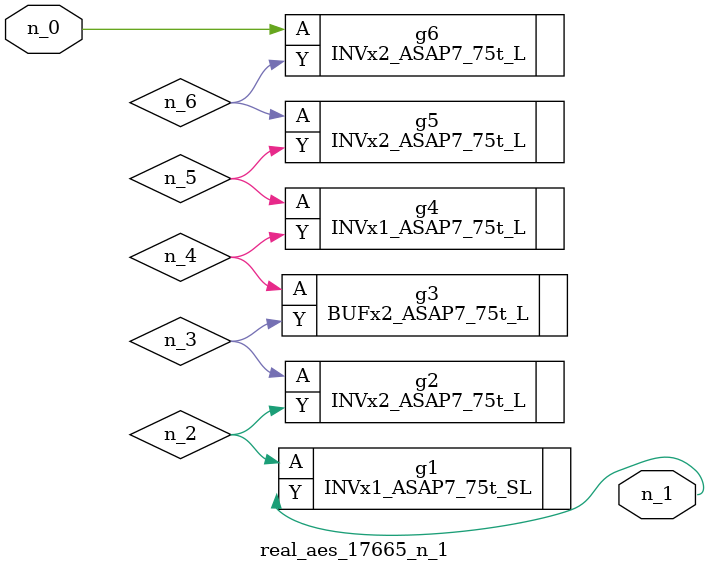
<source format=v>
module real_aes_17665_n_1 (n_0, n_1);
input n_0;
output n_1;
wire n_4;
wire n_3;
wire n_5;
wire n_2;
wire n_6;
INVx2_ASAP7_75t_L g6 ( .A(n_0), .Y(n_6) );
INVx1_ASAP7_75t_SL g1 ( .A(n_2), .Y(n_1) );
INVx2_ASAP7_75t_L g2 ( .A(n_3), .Y(n_2) );
BUFx2_ASAP7_75t_L g3 ( .A(n_4), .Y(n_3) );
INVx1_ASAP7_75t_L g4 ( .A(n_5), .Y(n_4) );
INVx2_ASAP7_75t_L g5 ( .A(n_6), .Y(n_5) );
endmodule
</source>
